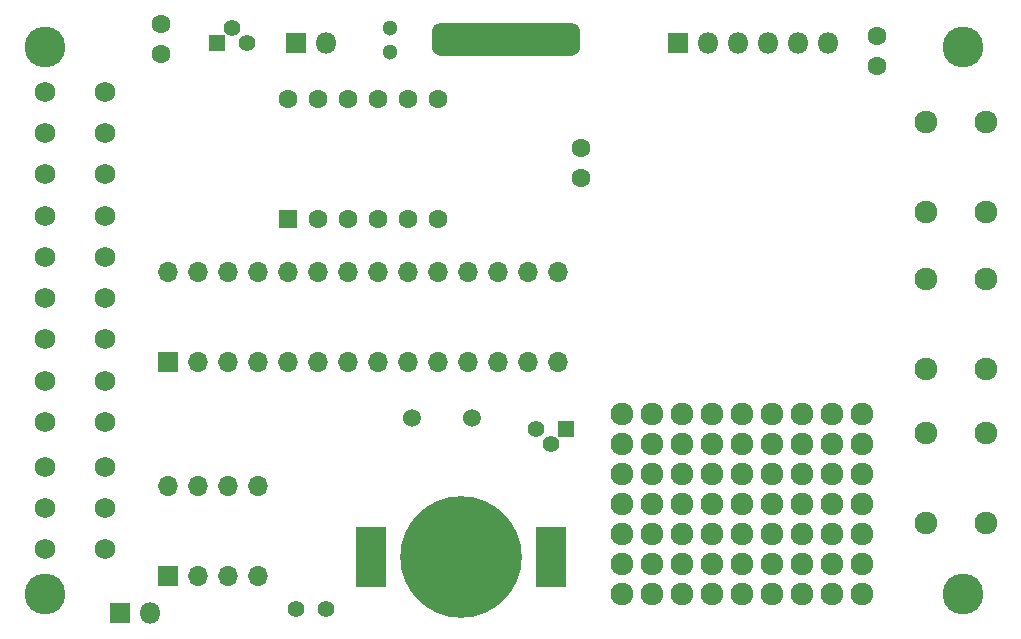
<source format=gbr>
%TF.GenerationSoftware,KiCad,Pcbnew,(5.1.6)-1*%
%TF.CreationDate,2021-02-06T11:25:37-03:00*%
%TF.ProjectId,GaroaRelogio,4761726f-6152-4656-9c6f-67696f2e6b69,rev?*%
%TF.SameCoordinates,Original*%
%TF.FileFunction,Soldermask,Top*%
%TF.FilePolarity,Negative*%
%FSLAX46Y46*%
G04 Gerber Fmt 4.6, Leading zero omitted, Abs format (unit mm)*
G04 Created by KiCad (PCBNEW (5.1.6)-1) date 2021-02-06 11:25:37*
%MOMM*%
%LPD*%
G01*
G04 APERTURE LIST*
%ADD10C,1.928800*%
%ADD11R,1.600000X1.600000*%
%ADD12C,1.600000*%
%ADD13R,1.400000X1.400000*%
%ADD14C,1.400000*%
%ADD15C,1.522400*%
%ADD16R,1.800000X1.800000*%
%ADD17O,1.800000X1.800000*%
%ADD18C,1.300000*%
%ADD19R,1.700000X1.700000*%
%ADD20O,1.700000X1.700000*%
%ADD21C,1.751000*%
%ADD22C,1.420800*%
%ADD23R,2.600000X5.200000*%
%ADD24C,10.300000*%
%ADD25C,3.452800*%
G04 APERTURE END LIST*
%TO.C,PAD*%
G36*
G01*
X131812500Y-61012500D02*
X131812500Y-59637500D01*
G75*
G02*
X132500000Y-58950000I687500J0D01*
G01*
X143725000Y-58950000D01*
G75*
G02*
X144412500Y-59637500I0J-687500D01*
G01*
X144412500Y-61012500D01*
G75*
G02*
X143725000Y-61700000I-687500J0D01*
G01*
X132500000Y-61700000D01*
G75*
G02*
X131812500Y-61012500I0J687500D01*
G01*
G37*
%TD*%
D10*
%TO.C,PAD*%
X168275000Y-107315000D03*
%TD*%
%TO.C,PAD*%
X150495000Y-107315000D03*
%TD*%
%TO.C,PAD*%
X153035000Y-107315000D03*
%TD*%
%TO.C,PAD*%
X163195000Y-107315000D03*
%TD*%
%TO.C,PAD*%
X160655000Y-107315000D03*
%TD*%
%TO.C,PAD*%
X147955000Y-107315000D03*
%TD*%
%TO.C,PAD*%
X165735000Y-107315000D03*
%TD*%
%TO.C,PAD*%
X158115000Y-107315000D03*
%TD*%
%TO.C,PAD*%
X155575000Y-107315000D03*
%TD*%
%TO.C,PAD*%
X168275000Y-104775000D03*
%TD*%
%TO.C,PAD*%
X150495000Y-104775000D03*
%TD*%
%TO.C,PAD*%
X153035000Y-104775000D03*
%TD*%
%TO.C,PAD*%
X163195000Y-104775000D03*
%TD*%
%TO.C,PAD*%
X160655000Y-104775000D03*
%TD*%
%TO.C,PAD*%
X147955000Y-104775000D03*
%TD*%
%TO.C,PAD*%
X165735000Y-104775000D03*
%TD*%
%TO.C,PAD*%
X158115000Y-104775000D03*
%TD*%
%TO.C,PAD*%
X155575000Y-104775000D03*
%TD*%
%TO.C,PAD*%
X168275000Y-102235000D03*
%TD*%
%TO.C,PAD*%
X150495000Y-102235000D03*
%TD*%
%TO.C,PAD*%
X153035000Y-102235000D03*
%TD*%
%TO.C,PAD*%
X163195000Y-102235000D03*
%TD*%
%TO.C,PAD*%
X160655000Y-102235000D03*
%TD*%
%TO.C,PAD*%
X147955000Y-102235000D03*
%TD*%
%TO.C,PAD*%
X165735000Y-102235000D03*
%TD*%
%TO.C,PAD*%
X158115000Y-102235000D03*
%TD*%
%TO.C,PAD*%
X155575000Y-102235000D03*
%TD*%
%TO.C,PAD*%
X168275000Y-99695000D03*
%TD*%
%TO.C,PAD*%
X150495000Y-99695000D03*
%TD*%
%TO.C,PAD*%
X153035000Y-99695000D03*
%TD*%
%TO.C,PAD*%
X163195000Y-99695000D03*
%TD*%
%TO.C,PAD*%
X160655000Y-99695000D03*
%TD*%
%TO.C,PAD*%
X147955000Y-99695000D03*
%TD*%
%TO.C,PAD*%
X165735000Y-99695000D03*
%TD*%
%TO.C,PAD*%
X158115000Y-99695000D03*
%TD*%
%TO.C,PAD*%
X155575000Y-99695000D03*
%TD*%
%TO.C,PAD*%
X168275000Y-97155000D03*
%TD*%
%TO.C,PAD*%
X150495000Y-97155000D03*
%TD*%
%TO.C,PAD*%
X153035000Y-97155000D03*
%TD*%
%TO.C,PAD*%
X163195000Y-97155000D03*
%TD*%
%TO.C,PAD*%
X160655000Y-97155000D03*
%TD*%
%TO.C,PAD*%
X147955000Y-97155000D03*
%TD*%
%TO.C,PAD*%
X165735000Y-97155000D03*
%TD*%
%TO.C,PAD*%
X158115000Y-97155000D03*
%TD*%
%TO.C,PAD*%
X155575000Y-97155000D03*
%TD*%
%TO.C,PAD*%
X168275000Y-94615000D03*
%TD*%
%TO.C,PAD*%
X150495000Y-94615000D03*
%TD*%
%TO.C,PAD*%
X153035000Y-94615000D03*
%TD*%
%TO.C,PAD*%
X155575000Y-94615000D03*
%TD*%
%TO.C,PAD*%
X158115000Y-94615000D03*
%TD*%
%TO.C,PAD*%
X165735000Y-94615000D03*
%TD*%
%TO.C,PAD*%
X147955000Y-94615000D03*
%TD*%
%TO.C,PAD*%
X160655000Y-94615000D03*
%TD*%
%TO.C,PAD*%
X163195000Y-94615000D03*
%TD*%
%TO.C,PAD*%
X168275000Y-92075000D03*
%TD*%
%TO.C,PAD*%
X165735000Y-92075000D03*
%TD*%
%TO.C,PAD*%
X163195000Y-92075000D03*
%TD*%
%TO.C,PAD*%
X160655000Y-92075000D03*
%TD*%
%TO.C,PAD*%
X158115000Y-92075000D03*
%TD*%
%TO.C,PAD*%
X155575000Y-92075000D03*
%TD*%
%TO.C,PAD*%
X153035000Y-92075000D03*
%TD*%
%TO.C,PAD*%
X150495000Y-92075000D03*
%TD*%
%TO.C,PAD*%
X147955000Y-92075000D03*
%TD*%
D11*
%TO.C,DSP1*%
X119697500Y-75565000D03*
D12*
X122237500Y-75565000D03*
X124777500Y-75565000D03*
X127317500Y-75565000D03*
X129857500Y-75565000D03*
X132397500Y-75565000D03*
X132397500Y-65405000D03*
X129857500Y-65405000D03*
X127317500Y-65405000D03*
X124777500Y-65405000D03*
X122237500Y-65405000D03*
X119697500Y-65405000D03*
%TD*%
D13*
%TO.C,Q1*%
X143192500Y-93345000D03*
D14*
X140652500Y-93345000D03*
X141922500Y-94615000D03*
%TD*%
D10*
%TO.C,SW1*%
X173672500Y-67310000D03*
X178752500Y-67310000D03*
X173672500Y-74930000D03*
X178752500Y-74930000D03*
%TD*%
D15*
%TO.C,X1*%
X130175000Y-92392500D03*
X135255000Y-92392500D03*
%TD*%
D16*
%TO.C,BZ1*%
X105410000Y-108902500D03*
D17*
X107950000Y-108902500D03*
%TD*%
D12*
%TO.C,C1*%
X144462500Y-72072500D03*
X144462500Y-69532500D03*
%TD*%
D18*
%TO.C,C2*%
X128270000Y-59372500D03*
X128270000Y-61372500D03*
%TD*%
D12*
%TO.C,C3*%
X108902500Y-59055000D03*
X108902500Y-61595000D03*
%TD*%
%TO.C,C7*%
X169545000Y-60007500D03*
X169545000Y-62547500D03*
%TD*%
D19*
%TO.C,CI1*%
X109537500Y-87630000D03*
D20*
X142557500Y-80010000D03*
X112077500Y-87630000D03*
X140017500Y-80010000D03*
X114617500Y-87630000D03*
X137477500Y-80010000D03*
X117157500Y-87630000D03*
X134937500Y-80010000D03*
X119697500Y-87630000D03*
X132397500Y-80010000D03*
X122237500Y-87630000D03*
X129857500Y-80010000D03*
X124777500Y-87630000D03*
X127317500Y-80010000D03*
X127317500Y-87630000D03*
X124777500Y-80010000D03*
X129857500Y-87630000D03*
X122237500Y-80010000D03*
X132397500Y-87630000D03*
X119697500Y-80010000D03*
X134937500Y-87630000D03*
X117157500Y-80010000D03*
X137477500Y-87630000D03*
X114617500Y-80010000D03*
X140017500Y-87630000D03*
X112077500Y-80010000D03*
X142557500Y-87630000D03*
X109537500Y-80010000D03*
%TD*%
D19*
%TO.C,CI2*%
X109537500Y-105727500D03*
D20*
X117157500Y-98107500D03*
X112077500Y-105727500D03*
X114617500Y-98107500D03*
X114617500Y-105727500D03*
X112077500Y-98107500D03*
X117157500Y-105727500D03*
X109537500Y-98107500D03*
%TD*%
D16*
%TO.C,P1*%
X152717500Y-60642500D03*
D17*
X155257500Y-60642500D03*
X157797500Y-60642500D03*
X160337500Y-60642500D03*
X162877500Y-60642500D03*
X165417500Y-60642500D03*
%TD*%
%TO.C,P2*%
X122872500Y-60642500D03*
D16*
X120332500Y-60642500D03*
%TD*%
D21*
%TO.C,R3*%
X104140000Y-96520000D03*
X99060000Y-96520000D03*
%TD*%
%TO.C,R7*%
X99060000Y-71755000D03*
X104140000Y-71755000D03*
%TD*%
%TO.C,R8*%
X99060000Y-85725000D03*
X104140000Y-85725000D03*
%TD*%
%TO.C,R9*%
X99060000Y-68262500D03*
X104140000Y-68262500D03*
%TD*%
%TO.C,R10*%
X99060000Y-82232500D03*
X104140000Y-82232500D03*
%TD*%
%TO.C,R11*%
X104140000Y-64770000D03*
X99060000Y-64770000D03*
%TD*%
%TO.C,R12*%
X104140000Y-78740000D03*
X99060000Y-78740000D03*
%TD*%
%TO.C,R13*%
X104140000Y-89217500D03*
X99060000Y-89217500D03*
%TD*%
%TO.C,R14*%
X104140000Y-75247500D03*
X99060000Y-75247500D03*
%TD*%
D10*
%TO.C,SW2*%
X178752500Y-88265000D03*
X173672500Y-88265000D03*
X178752500Y-80645000D03*
X173672500Y-80645000D03*
%TD*%
%TO.C,SW3*%
X173672500Y-93662500D03*
X178752500Y-93662500D03*
X173672500Y-101282500D03*
X178752500Y-101282500D03*
%TD*%
D22*
%TO.C,X2*%
X120332500Y-108585000D03*
X122872500Y-108585000D03*
%TD*%
D21*
%TO.C,R5*%
X99060000Y-92710000D03*
X104140000Y-92710000D03*
%TD*%
D14*
%TO.C,CI3*%
X114935000Y-59372500D03*
X116205000Y-60642500D03*
D13*
X113665000Y-60642500D03*
%TD*%
D21*
%TO.C,R15*%
X99060000Y-100012500D03*
X104140000Y-100012500D03*
%TD*%
%TO.C,R16*%
X104140000Y-103505000D03*
X99060000Y-103505000D03*
%TD*%
D23*
%TO.C,BAT1*%
X126702500Y-104140000D03*
X141902500Y-104140000D03*
D24*
X134302500Y-104140000D03*
%TD*%
D25*
%TO.C,Z1*%
X99060000Y-60960000D03*
%TD*%
%TO.C,Z2*%
X99060000Y-107315000D03*
%TD*%
%TO.C,Z3*%
X176847500Y-60960000D03*
%TD*%
%TO.C,Z4*%
X176847500Y-107315000D03*
%TD*%
M02*

</source>
